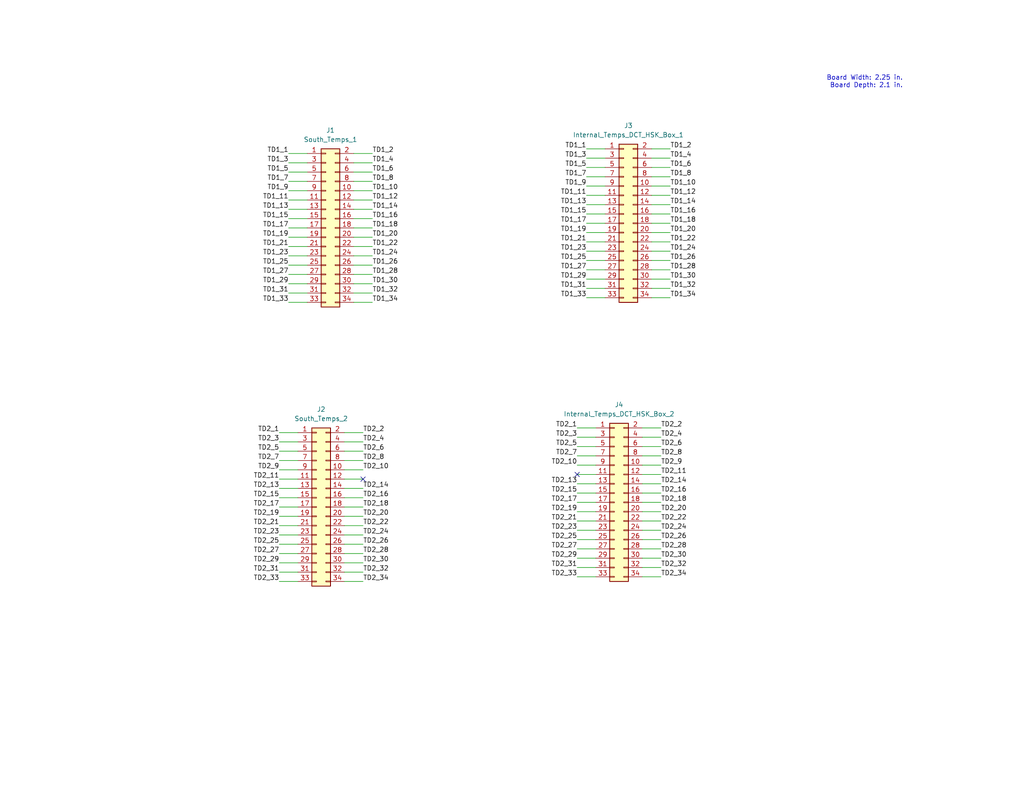
<source format=kicad_sch>
(kicad_sch (version 20211123) (generator eeschema)
  (paper "USLetter")
  (title_block (title "Temps Pass Through South") (date "2023-01-22") (rev "A") (company "The Ohio State University"))
  (lib_symbols
    (symbol "Connector_Generic:Conn_02x17_Odd_Even" (pin_names (offset 1.016) hide)
      (property "Reference" "J" (at 1.27 22.86 0))
      (property "Value" "Conn_02x17_Odd_Even" (at 1.27 -22.86 0))
      (symbol "Conn_02x17_Odd_Even_1_1"
        (rectangle (start -1.27 -20.193) (end 0 -20.447) (stroke (width 0.1524)))
        (rectangle (start -1.27 -17.653) (end 0 -17.907) (stroke (width 0.1524)))
        (rectangle (start -1.27 -15.113) (end 0 -15.367) (stroke (width 0.1524)))
        (rectangle (start -1.27 -12.573) (end 0 -12.827) (stroke (width 0.1524)))
        (rectangle (start -1.27 -10.033) (end 0 -10.287) (stroke (width 0.1524)))
        (rectangle (start -1.27 -7.493) (end 0 -7.747) (stroke (width 0.1524)))
        (rectangle (start -1.27 -4.953) (end 0 -5.207) (stroke (width 0.1524)))
        (rectangle (start -1.27 -2.413) (end 0 -2.667) (stroke (width 0.1524)))
        (rectangle (start -1.27 0.127) (end 0 -0.127) (stroke (width 0.1524)))
        (rectangle (start -1.27 2.667) (end 0 2.413) (stroke (width 0.1524)))
        (rectangle (start -1.27 5.207) (end 0 4.953) (stroke (width 0.1524)))
        (rectangle (start -1.27 7.747) (end 0 7.493) (stroke (width 0.1524)))
        (rectangle (start -1.27 10.287) (end 0 10.033) (stroke (width 0.1524)))
        (rectangle (start -1.27 12.827) (end 0 12.573) (stroke (width 0.1524)))
        (rectangle (start -1.27 15.367) (end 0 15.113) (stroke (width 0.1524)))
        (rectangle (start -1.27 17.907) (end 0 17.653) (stroke (width 0.1524)))
        (rectangle (start -1.27 20.447) (end 0 20.193) (stroke (width 0.1524)))
        (rectangle (start -1.27 21.59) (end 3.81 -21.59) (stroke (width 0.254)) (fill (type background)))
        (rectangle (start 3.81 -20.193) (end 2.54 -20.447) (stroke (width 0.1524)))
        (rectangle (start 3.81 -17.653) (end 2.54 -17.907) (stroke (width 0.1524)))
        (rectangle (start 3.81 -15.113) (end 2.54 -15.367) (stroke (width 0.1524)))
        (rectangle (start 3.81 -12.573) (end 2.54 -12.827) (stroke (width 0.1524)))
        (rectangle (start 3.81 -10.033) (end 2.54 -10.287) (stroke (width 0.1524)))
        (rectangle (start 3.81 -7.493) (end 2.54 -7.747) (stroke (width 0.1524)))
        (rectangle (start 3.81 -4.953) (end 2.54 -5.207) (stroke (width 0.1524)))
        (rectangle (start 3.81 -2.413) (end 2.54 -2.667) (stroke (width 0.1524)))
        (rectangle (start 3.81 0.127) (end 2.54 -0.127) (stroke (width 0.1524)))
        (rectangle (start 3.81 2.667) (end 2.54 2.413) (stroke (width 0.1524)))
        (rectangle (start 3.81 5.207) (end 2.54 4.953) (stroke (width 0.1524)))
        (rectangle (start 3.81 7.747) (end 2.54 7.493) (stroke (width 0.1524)))
        (rectangle (start 3.81 10.287) (end 2.54 10.033) (stroke (width 0.1524)))
        (rectangle (start 3.81 12.827) (end 2.54 12.573) (stroke (width 0.1524)))
        (rectangle (start 3.81 15.367) (end 2.54 15.113) (stroke (width 0.1524)))
        (rectangle (start 3.81 17.907) (end 2.54 17.653) (stroke (width 0.1524)))
        (rectangle (start 3.81 20.447) (end 2.54 20.193) (stroke (width 0.1524)))
        (pin passive line (at -5.08 20.32 0) (length 3.81) (name "Pin_1") (number "1"))
        (pin passive line (at 7.62 10.16 180) (length 3.81) (name "Pin_10") (number "10"))
        (pin passive line (at -5.08 7.62 0) (length 3.81) (name "Pin_11") (number "11"))
        (pin passive line (at 7.62 7.62 180) (length 3.81) (name "Pin_12") (number "12"))
        (pin passive line (at -5.08 5.08 0) (length 3.81) (name "Pin_13") (number "13"))
        (pin passive line (at 7.62 5.08 180) (length 3.81) (name "Pin_14") (number "14"))
        (pin passive line (at -5.08 2.54 0) (length 3.81) (name "Pin_15") (number "15"))
        (pin passive line (at 7.62 2.54 180) (length 3.81) (name "Pin_16") (number "16"))
        (pin passive line (at -5.08 0 0) (length 3.81) (name "Pin_17") (number "17"))
        (pin passive line (at 7.62 0 180) (length 3.81) (name "Pin_18") (number "18"))
        (pin passive line (at -5.08 -2.54 0) (length 3.81) (name "Pin_19") (number "19"))
        (pin passive line (at 7.62 20.32 180) (length 3.81) (name "Pin_2") (number "2"))
        (pin passive line (at 7.62 -2.54 180) (length 3.81) (name "Pin_20") (number "20"))
        (pin passive line (at -5.08 -5.08 0) (length 3.81) (name "Pin_21") (number "21"))
        (pin passive line (at 7.62 -5.08 180) (length 3.81) (name "Pin_22") (number "22"))
        (pin passive line (at -5.08 -7.62 0) (length 3.81) (name "Pin_23") (number "23"))
        (pin passive line (at 7.62 -7.62 180) (length 3.81) (name "Pin_24") (number "24"))
        (pin passive line (at -5.08 -10.16 0) (length 3.81) (name "Pin_25") (number "25"))
        (pin passive line (at 7.62 -10.16 180) (length 3.81) (name "Pin_26") (number "26"))
        (pin passive line (at -5.08 -12.7 0) (length 3.81) (name "Pin_27") (number "27"))
        (pin passive line (at 7.62 -12.7 180) (length 3.81) (name "Pin_28") (number "28"))
        (pin passive line (at -5.08 -15.24 0) (length 3.81) (name "Pin_29") (number "29"))
        (pin passive line (at -5.08 17.78 0) (length 3.81) (name "Pin_3") (number "3"))
        (pin passive line (at 7.62 -15.24 180) (length 3.81) (name "Pin_30") (number "30"))
        (pin passive line (at -5.08 -17.78 0) (length 3.81) (name "Pin_31") (number "31"))
        (pin passive line (at 7.62 -17.78 180) (length 3.81) (name "Pin_32") (number "32"))
        (pin passive line (at -5.08 -20.32 0) (length 3.81) (name "Pin_33") (number "33"))
        (pin passive line (at 7.62 -20.32 180) (length 3.81) (name "Pin_34") (number "34"))
        (pin passive line (at 7.62 17.78 180) (length 3.81) (name "Pin_4") (number "4"))
        (pin passive line (at -5.08 15.24 0) (length 3.81) (name "Pin_5") (number "5"))
        (pin passive line (at 7.62 15.24 180) (length 3.81) (name "Pin_6") (number "6"))
        (pin passive line (at -5.08 12.7 0) (length 3.81) (name "Pin_7") (number "7"))
        (pin passive line (at 7.62 12.7 180) (length 3.81) (name "Pin_8") (number "8"))
        (pin passive line (at -5.08 10.16 0) (length 3.81) (name "Pin_9") (number "9"))
      )
    )
  )
  (no_connect (at 99.06 130.81))
  (no_connect (at 157.48 129.54))
  (wire (pts (xy 160.02 78.74) (xy 165.1 78.74)))
  (wire (pts (xy 157.48 132.08) (xy 162.56 132.08)))
  (wire (pts (xy 175.26 142.24) (xy 180.34 142.24)))
  (wire (pts (xy 93.98 120.65) (xy 99.06 120.65)))
  (wire (pts (xy 93.98 156.21) (xy 99.06 156.21)))
  (wire (pts (xy 177.8 40.64) (xy 182.88 40.64)))
  (wire (pts (xy 175.26 154.94) (xy 180.34 154.94)))
  (wire (pts (xy 76.2 135.89) (xy 81.28 135.89)))
  (wire (pts (xy 76.2 123.19) (xy 81.28 123.19)))
  (wire (pts (xy 160.02 43.18) (xy 165.1 43.18)))
  (wire (pts (xy 93.98 128.27) (xy 99.06 128.27)))
  (wire (pts (xy 157.48 137.16) (xy 162.56 137.16)))
  (wire (pts (xy 96.52 69.85) (xy 101.6 69.85)))
  (wire (pts (xy 93.98 118.11) (xy 99.06 118.11)))
  (wire (pts (xy 157.48 147.32) (xy 162.56 147.32)))
  (wire (pts (xy 160.02 48.26) (xy 165.1 48.26)))
  (wire (pts (xy 175.26 132.08) (xy 180.34 132.08)))
  (wire (pts (xy 76.2 128.27) (xy 81.28 128.27)))
  (wire (pts (xy 78.74 46.99) (xy 83.82 46.99)))
  (wire (pts (xy 76.2 156.21) (xy 81.28 156.21)))
  (wire (pts (xy 93.98 140.97) (xy 99.06 140.97)))
  (wire (pts (xy 76.2 118.11) (xy 81.28 118.11)))
  (wire (pts (xy 78.74 74.93) (xy 83.82 74.93)))
  (wire (pts (xy 93.98 146.05) (xy 99.06 146.05)))
  (wire (pts (xy 175.26 157.48) (xy 180.34 157.48)))
  (wire (pts (xy 78.74 67.31) (xy 83.82 67.31)))
  (wire (pts (xy 160.02 71.12) (xy 165.1 71.12)))
  (wire (pts (xy 76.2 151.13) (xy 81.28 151.13)))
  (wire (pts (xy 157.48 144.78) (xy 162.56 144.78)))
  (wire (pts (xy 93.98 148.59) (xy 99.06 148.59)))
  (wire (pts (xy 78.74 59.69) (xy 83.82 59.69)))
  (wire (pts (xy 177.8 58.42) (xy 182.88 58.42)))
  (wire (pts (xy 160.02 60.96) (xy 165.1 60.96)))
  (wire (pts (xy 93.98 138.43) (xy 99.06 138.43)))
  (wire (pts (xy 160.02 58.42) (xy 165.1 58.42)))
  (wire (pts (xy 157.48 134.62) (xy 162.56 134.62)))
  (wire (pts (xy 177.8 76.2) (xy 182.88 76.2)))
  (wire (pts (xy 76.2 138.43) (xy 81.28 138.43)))
  (wire (pts (xy 96.52 54.61) (xy 101.6 54.61)))
  (wire (pts (xy 177.8 55.88) (xy 182.88 55.88)))
  (wire (pts (xy 157.48 142.24) (xy 162.56 142.24)))
  (wire (pts (xy 160.02 68.58) (xy 165.1 68.58)))
  (wire (pts (xy 177.8 68.58) (xy 182.88 68.58)))
  (wire (pts (xy 76.2 158.75) (xy 81.28 158.75)))
  (wire (pts (xy 96.52 72.39) (xy 101.6 72.39)))
  (wire (pts (xy 177.8 50.8) (xy 182.88 50.8)))
  (wire (pts (xy 175.26 119.38) (xy 180.34 119.38)))
  (wire (pts (xy 93.98 125.73) (xy 99.06 125.73)))
  (wire (pts (xy 177.8 66.04) (xy 182.88 66.04)))
  (wire (pts (xy 76.2 140.97) (xy 81.28 140.97)))
  (wire (pts (xy 78.74 82.55) (xy 83.82 82.55)))
  (wire (pts (xy 96.52 49.53) (xy 101.6 49.53)))
  (wire (pts (xy 175.26 149.86) (xy 180.34 149.86)))
  (wire (pts (xy 96.52 44.45) (xy 101.6 44.45)))
  (wire (pts (xy 175.26 147.32) (xy 180.34 147.32)))
  (wire (pts (xy 160.02 55.88) (xy 165.1 55.88)))
  (wire (pts (xy 78.74 77.47) (xy 83.82 77.47)))
  (wire (pts (xy 177.8 43.18) (xy 182.88 43.18)))
  (wire (pts (xy 78.74 62.23) (xy 83.82 62.23)))
  (wire (pts (xy 160.02 53.34) (xy 165.1 53.34)))
  (wire (pts (xy 96.52 62.23) (xy 101.6 62.23)))
  (wire (pts (xy 175.26 121.92) (xy 180.34 121.92)))
  (wire (pts (xy 157.48 127) (xy 162.56 127)))
  (wire (pts (xy 160.02 66.04) (xy 165.1 66.04)))
  (wire (pts (xy 157.48 119.38) (xy 162.56 119.38)))
  (wire (pts (xy 96.52 74.93) (xy 101.6 74.93)))
  (wire (pts (xy 96.52 77.47) (xy 101.6 77.47)))
  (wire (pts (xy 78.74 57.15) (xy 83.82 57.15)))
  (wire (pts (xy 78.74 49.53) (xy 83.82 49.53)))
  (wire (pts (xy 96.52 80.01) (xy 101.6 80.01)))
  (wire (pts (xy 78.74 52.07) (xy 83.82 52.07)))
  (wire (pts (xy 175.26 116.84) (xy 180.34 116.84)))
  (wire (pts (xy 76.2 125.73) (xy 81.28 125.73)))
  (wire (pts (xy 177.8 63.5) (xy 182.88 63.5)))
  (wire (pts (xy 78.74 54.61) (xy 83.82 54.61)))
  (wire (pts (xy 76.2 130.81) (xy 81.28 130.81)))
  (wire (pts (xy 157.48 139.7) (xy 162.56 139.7)))
  (wire (pts (xy 76.2 146.05) (xy 81.28 146.05)))
  (wire (pts (xy 93.98 151.13) (xy 99.06 151.13)))
  (wire (pts (xy 157.48 149.86) (xy 162.56 149.86)))
  (wire (pts (xy 76.2 148.59) (xy 81.28 148.59)))
  (wire (pts (xy 78.74 44.45) (xy 83.82 44.45)))
  (wire (pts (xy 175.26 137.16) (xy 180.34 137.16)))
  (wire (pts (xy 175.26 139.7) (xy 180.34 139.7)))
  (wire (pts (xy 78.74 72.39) (xy 83.82 72.39)))
  (wire (pts (xy 76.2 120.65) (xy 81.28 120.65)))
  (wire (pts (xy 177.8 45.72) (xy 182.88 45.72)))
  (wire (pts (xy 78.74 80.01) (xy 83.82 80.01)))
  (wire (pts (xy 96.52 41.91) (xy 101.6 41.91)))
  (wire (pts (xy 177.8 73.66) (xy 182.88 73.66)))
  (wire (pts (xy 177.8 48.26) (xy 182.88 48.26)))
  (wire (pts (xy 160.02 50.8) (xy 165.1 50.8)))
  (wire (pts (xy 78.74 64.77) (xy 83.82 64.77)))
  (wire (pts (xy 160.02 73.66) (xy 165.1 73.66)))
  (wire (pts (xy 160.02 76.2) (xy 165.1 76.2)))
  (wire (pts (xy 157.48 124.46) (xy 162.56 124.46)))
  (wire (pts (xy 96.52 46.99) (xy 101.6 46.99)))
  (wire (pts (xy 93.98 143.51) (xy 99.06 143.51)))
  (wire (pts (xy 93.98 130.81) (xy 99.06 130.81)))
  (wire (pts (xy 76.2 133.35) (xy 81.28 133.35)))
  (wire (pts (xy 157.48 154.94) (xy 162.56 154.94)))
  (wire (pts (xy 177.8 71.12) (xy 182.88 71.12)))
  (wire (pts (xy 93.98 135.89) (xy 99.06 135.89)))
  (wire (pts (xy 175.26 129.54) (xy 180.34 129.54)))
  (wire (pts (xy 157.48 157.48) (xy 162.56 157.48)))
  (wire (pts (xy 93.98 158.75) (xy 99.06 158.75)))
  (wire (pts (xy 76.2 143.51) (xy 81.28 143.51)))
  (wire (pts (xy 78.74 41.91) (xy 83.82 41.91)))
  (wire (pts (xy 93.98 133.35) (xy 99.06 133.35)))
  (wire (pts (xy 157.48 121.92) (xy 162.56 121.92)))
  (wire (pts (xy 177.8 60.96) (xy 182.88 60.96)))
  (wire (pts (xy 160.02 45.72) (xy 165.1 45.72)))
  (wire (pts (xy 96.52 82.55) (xy 101.6 82.55)))
  (wire (pts (xy 93.98 153.67) (xy 99.06 153.67)))
  (wire (pts (xy 160.02 63.5) (xy 165.1 63.5)))
  (wire (pts (xy 157.48 152.4) (xy 162.56 152.4)))
  (wire (pts (xy 177.8 81.28) (xy 182.88 81.28)))
  (wire (pts (xy 157.48 129.54) (xy 162.56 129.54)))
  (wire (pts (xy 93.98 123.19) (xy 99.06 123.19)))
  (wire (pts (xy 177.8 78.74) (xy 182.88 78.74)))
  (wire (pts (xy 175.26 152.4) (xy 180.34 152.4)))
  (wire (pts (xy 177.8 53.34) (xy 182.88 53.34)))
  (wire (pts (xy 96.52 67.31) (xy 101.6 67.31)))
  (wire (pts (xy 157.48 116.84) (xy 162.56 116.84)))
  (wire (pts (xy 175.26 127) (xy 180.34 127)))
  (wire (pts (xy 96.52 57.15) (xy 101.6 57.15)))
  (wire (pts (xy 96.52 64.77) (xy 101.6 64.77)))
  (wire (pts (xy 160.02 81.28) (xy 165.1 81.28)))
  (wire (pts (xy 175.26 124.46) (xy 180.34 124.46)))
  (wire (pts (xy 160.02 40.64) (xy 165.1 40.64)))
  (wire (pts (xy 175.26 144.78) (xy 180.34 144.78)))
  (wire (pts (xy 76.2 153.67) (xy 81.28 153.67)))
  (wire (pts (xy 175.26 134.62) (xy 180.34 134.62)))
  (wire (pts (xy 96.52 52.07) (xy 101.6 52.07)))
  (wire (pts (xy 78.74 69.85) (xy 83.82 69.85)))
  (wire (pts (xy 96.52 59.69) (xy 101.6 59.69)))
  (text "Board Width: 2.25 in.\nBoard Depth: 2.1 in." (at 246.38 24.13 180) (effects (font (size 1.27 1.27)) (justify right bottom)))
  (label "TD2_11" (at 180.34 129.54 0))
  (label "TD1_12" (at 101.6 54.61 0))
  (label "TD2_5" (at 157.48 121.92 180))
  (label "TD1_3" (at 160.02 43.18 180))
  (label "TD2_22" (at 180.34 142.24 0))
  (label "TD2_33" (at 157.48 157.48 180))
  (label "TD2_18" (at 99.06 138.43 0))
  (label "TD1_33" (at 160.02 81.28 180))
  (label "TD2_21" (at 76.2 143.51 180))
  (label "TD2_27" (at 157.48 149.86 180))
  (label "TD1_14" (at 101.6 57.15 0))
  (label "TD2_17" (at 76.2 138.43 180))
  (label "TD1_32" (at 182.88 78.74 0))
  (label "TD1_13" (at 160.02 55.88 180))
  (label "TD1_8" (at 101.6 49.53 0))
  (label "TD1_19" (at 78.74 64.77 180))
  (label "TD2_25" (at 157.48 147.32 180))
  (label "TD2_14" (at 99.06 133.35 0))
  (label "TD1_23" (at 160.02 68.58 180))
  (label "TD2_33" (at 76.2 158.75 180))
  (label "TD2_31" (at 76.2 156.21 180))
  (label "TD1_4" (at 182.88 43.18 0))
  (label "TD2_23" (at 76.2 146.05 180))
  (label "TD2_19" (at 157.48 139.7 180))
  (label "TD1_1" (at 78.74 41.91 180))
  (label "TD2_19" (at 76.2 140.97 180))
  (label "TD1_15" (at 160.02 58.42 180))
  (label "TD1_2" (at 182.88 40.64 0))
  (label "TD1_20" (at 182.88 63.5 0))
  (label "TD1_26" (at 101.6 72.39 0))
  (label "TD2_13" (at 157.48 132.08 180))
  (label "TD1_16" (at 101.6 59.69 0))
  (label "TD2_32" (at 180.34 154.94 0))
  (label "TD2_16" (at 180.34 134.62 0))
  (label "TD1_18" (at 182.88 60.96 0))
  (label "TD2_15" (at 76.2 135.89 180))
  (label "TD1_3" (at 78.74 44.45 180))
  (label "TD2_10" (at 157.48 127 180))
  (label "TD2_24" (at 180.34 144.78 0))
  (label "TD2_4" (at 180.34 119.38 0))
  (label "TD1_10" (at 182.88 50.8 0))
  (label "TD2_1" (at 157.48 116.84 180))
  (label "TD1_20" (at 101.6 64.77 0))
  (label "TD1_15" (at 78.74 59.69 180))
  (label "TD2_20" (at 99.06 140.97 0))
  (label "TD1_14" (at 182.88 55.88 0))
  (label "TD2_2" (at 180.34 116.84 0))
  (label "TD1_24" (at 182.88 68.58 0))
  (label "TD2_27" (at 76.2 151.13 180))
  (label "TD2_9" (at 76.2 128.27 180))
  (label "TD2_6" (at 180.34 121.92 0))
  (label "TD2_25" (at 76.2 148.59 180))
  (label "TD2_15" (at 157.48 134.62 180))
  (label "TD1_17" (at 160.02 60.96 180))
  (label "TD1_32" (at 101.6 80.01 0))
  (label "TD1_27" (at 160.02 73.66 180))
  (label "TD2_16" (at 99.06 135.89 0))
  (label "TD2_13" (at 76.2 133.35 180))
  (label "TD1_34" (at 101.6 82.55 0))
  (label "TD1_13" (at 78.74 57.15 180))
  (label "TD2_14" (at 180.34 132.08 0))
  (label "TD1_18" (at 101.6 62.23 0))
  (label "TD1_6" (at 101.6 46.99 0))
  (label "TD2_20" (at 180.34 139.7 0))
  (label "TD1_22" (at 101.6 67.31 0))
  (label "TD2_30" (at 99.06 153.67 0))
  (label "TD2_7" (at 76.2 125.73 180))
  (label "TD2_26" (at 180.34 147.32 0))
  (label "TD1_31" (at 78.74 80.01 180))
  (label "TD1_29" (at 160.02 76.2 180))
  (label "TD1_5" (at 78.74 46.99 180))
  (label "TD1_9" (at 78.74 52.07 180))
  (label "TD2_4" (at 99.06 120.65 0))
  (label "TD1_10" (at 101.6 52.07 0))
  (label "TD1_11" (at 78.74 54.61 180))
  (label "TD1_7" (at 78.74 49.53 180))
  (label "TD1_31" (at 160.02 78.74 180))
  (label "TD2_34" (at 99.06 158.75 0))
  (label "TD1_23" (at 78.74 69.85 180))
  (label "TD2_28" (at 180.34 149.86 0))
  (label "TD1_34" (at 182.88 81.28 0))
  (label "TD2_10" (at 99.06 128.27 0))
  (label "TD2_32" (at 99.06 156.21 0))
  (label "TD1_33" (at 78.74 82.55 180))
  (label "TD2_29" (at 157.48 152.4 180))
  (label "TD1_16" (at 182.88 58.42 0))
  (label "TD1_19" (at 160.02 63.5 180))
  (label "TD1_25" (at 78.74 72.39 180))
  (label "TD1_21" (at 78.74 67.31 180))
  (label "TD1_28" (at 101.6 74.93 0))
  (label "TD1_4" (at 101.6 44.45 0))
  (label "TD2_8" (at 180.34 124.46 0))
  (label "TD1_6" (at 182.88 45.72 0))
  (label "TD2_18" (at 180.34 137.16 0))
  (label "TD2_22" (at 99.06 143.51 0))
  (label "TD1_26" (at 182.88 71.12 0))
  (label "TD1_2" (at 101.6 41.91 0))
  (label "TD2_2" (at 99.06 118.11 0))
  (label "TD1_8" (at 182.88 48.26 0))
  (label "TD1_24" (at 101.6 69.85 0))
  (label "TD1_29" (at 78.74 77.47 180))
  (label "TD1_1" (at 160.02 40.64 180))
  (label "TD1_30" (at 101.6 77.47 0))
  (label "TD1_11" (at 160.02 53.34 180))
  (label "TD2_6" (at 99.06 123.19 0))
  (label "TD2_21" (at 157.48 142.24 180))
  (label "TD2_7" (at 157.48 124.46 180))
  (label "TD1_17" (at 78.74 62.23 180))
  (label "TD2_1" (at 76.2 118.11 180))
  (label "TD1_30" (at 182.88 76.2 0))
  (label "TD2_24" (at 99.06 146.05 0))
  (label "TD2_34" (at 180.34 157.48 0))
  (label "TD1_21" (at 160.02 66.04 180))
  (label "TD1_5" (at 160.02 45.72 180))
  (label "TD2_8" (at 99.06 125.73 0))
  (label "TD2_3" (at 76.2 120.65 180))
  (label "TD2_9" (at 180.34 127 0))
  (label "TD2_29" (at 76.2 153.67 180))
  (label "TD2_26" (at 99.06 148.59 0))
  (label "TD1_27" (at 78.74 74.93 180))
  (label "TD1_22" (at 182.88 66.04 0))
  (label "TD2_17" (at 157.48 137.16 180))
  (label "TD2_28" (at 99.06 151.13 0))
  (label "TD2_11" (at 76.2 130.81 180))
  (label "TD1_7" (at 160.02 48.26 180))
  (label "TD1_28" (at 182.88 73.66 0))
  (label "TD1_25" (at 160.02 71.12 180))
  (label "TD1_9" (at 160.02 50.8 180))
  (label "TD2_31" (at 157.48 154.94 180))
  (label "TD2_5" (at 76.2 123.19 180))
  (label "TD2_3" (at 157.48 119.38 180))
  (label "TD1_12" (at 182.88 53.34 0))
  (label "TD2_30" (at 180.34 152.4 0))
  (label "TD2_23" (at 157.48 144.78 180))
  (symbol (lib_id "Connector_Generic:Conn_02x17_Odd_Even") (at 170.18 60.96 0) (unit 1)
    (property "Reference" "J3" (at 171.45 34.29 0))
    (property "Value" "Internal_Temps_DCT_HSK_Box_1" (at 171.45 36.83 0))
    (property "Footprint" "HELIX:HELIX_DCT_ICDconnector34pin_corrected" (effects hide))
  )
  (symbol (lib_id "Connector_Generic:Conn_02x17_Odd_Even") (at 86.36 138.43 0) (unit 1)
    (property "Reference" "J2" (at 87.63 111.76 0))
    (property "Value" "South_Temps_2" (at 87.63 114.3 0))
    (property "Footprint" "HELIX:HELIX_DCT_ICDconnector34pin_corrected" (effects hide))
  )
  (symbol (lib_id "Connector_Generic:Conn_02x17_Odd_Even") (at 88.9 62.23 0) (unit 1)
    (property "Reference" "J1" (at 90.17 35.56 0))
    (property "Value" "South_Temps_1" (at 90.17 38.1 0))
    (property "Footprint" "HELIX:HELIX_DCT_ICDconnector34pin_corrected" (effects hide))
  )
  (symbol (lib_id "Connector_Generic:Conn_02x17_Odd_Even") (at 167.64 137.16 0) (unit 1)
    (property "Reference" "J4" (at 168.91 110.49 0))
    (property "Value" "Internal_Temps_DCT_HSK_Box_2" (at 168.91 113.03 0))
    (property "Footprint" "HELIX:HELIX_DCT_ICDconnector34pin_corrected" (effects hide))
  )
)
</source>
